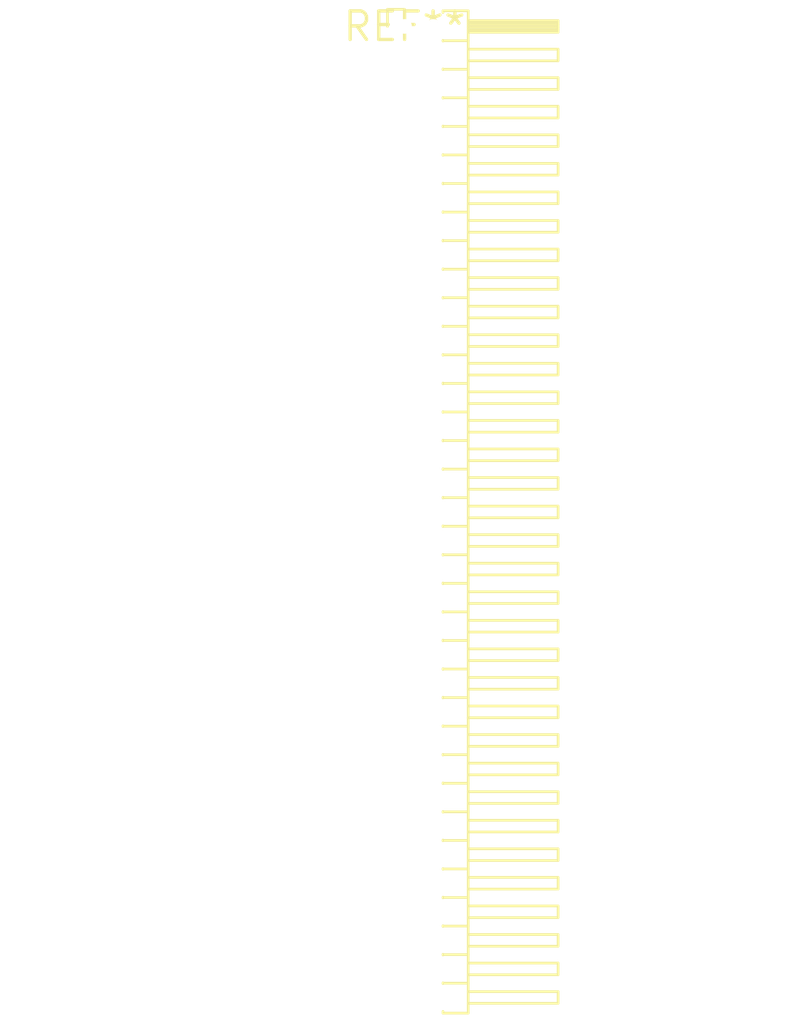
<source format=kicad_pcb>
(kicad_pcb (version 20240108) (generator pcbnew)
  (layers (0 "F.Cu" signal) (31 "B.Cu" signal) (34 "B.Paste" user) (35 "F.Paste" user) (36 "B.SilkS" user "B.Silkscreen") (37 "F.SilkS" user "F.Silkscreen") (38 "B.Mask" user) (39 "F.Mask" user) (44 "Edge.Cuts" user))
  (net 0 "")
  (footprint "PinHeader_2x35_P1.27mm_Horizontal" (layer "F.Cu") (at 0 0)
    (property "Reference" "REF**")
    (property "Value" "PinHeader_2x35_P1.27mm_Horizontal")
    (fp_line (start -0.76 -0.76) (end 0 -0.76) (layer "F.SilkS") (stroke (width 0.12)))
    (fp_line (start -0.76 0) (end -0.76 -0.76) (layer "F.SilkS") (stroke (width 0.12)))
    (fp_line (start 1.71 -0.695) (end 2.83 -0.695) (layer "F.SilkS") (stroke (width 0.12)))
    (fp_line (start 1.71 -0.619677) (end 1.71 -0.695) (layer "F.SilkS") (stroke (width 0.12)))
    (fp_line (start 1.71 0.619677) (end 1.71 0.650323) (layer "F.SilkS") (stroke (width 0.12)))
    (fp_line (start 1.71 0.635) (end 2.83 0.635) (layer "F.SilkS") (stroke (width 0.12)))
    (fp_line (start 1.71 1.889677) (end 1.71 1.920323) (layer "F.SilkS") (stroke (width 0.12)))
    (fp_line (start 1.71 1.905) (end 2.83 1.905) (layer "F.SilkS") (stroke (width 0.12)))
    (fp_line (start 1.71 3.159677) (end 1.71 3.190323) (layer "F.SilkS") (stroke (width 0.12)))
    (fp_line (start 1.71 3.175) (end 2.83 3.175) (layer "F.SilkS") (stroke (width 0.12)))
    (fp_line (start 1.71 4.429677) (end 1.71 4.460323) (layer "F.SilkS") (stroke (width 0.12)))
    (fp_line (start 1.71 4.445) (end 2.83 4.445) (layer "F.SilkS") (stroke (width 0.12)))
    (fp_line (start 1.71 5.699677) (end 1.71 5.730323) (layer "F.SilkS") (stroke (width 0.12)))
    (fp_line (start 1.71 5.715) (end 2.83 5.715) (layer "F.SilkS") (stroke (width 0.12)))
    (fp_line (start 1.71 6.969677) (end 1.71 7.000323) (layer "F.SilkS") (stroke (width 0.12)))
    (fp_line (start 1.71 6.985) (end 2.83 6.985) (layer "F.SilkS") (stroke (width 0.12)))
    (fp_line (start 1.71 8.239677) (end 1.71 8.270323) (layer "F.SilkS") (stroke (width 0.12)))
    (fp_line (start 1.71 8.255) (end 2.83 8.255) (layer "F.SilkS") (stroke (width 0.12)))
    (fp_line (start 1.71 9.509677) (end 1.71 9.540323) (layer "F.SilkS") (stroke (width 0.12)))
    (fp_line (start 1.71 9.525) (end 2.83 9.525) (layer "F.SilkS") (stroke (width 0.12)))
    (fp_line (start 1.71 10.779677) (end 1.71 10.810323) (layer "F.SilkS") (stroke (width 0.12)))
    (fp_line (start 1.71 10.795) (end 2.83 10.795) (layer "F.SilkS") (stroke (width 0.12)))
    (fp_line (start 1.71 12.049677) (end 1.71 12.080323) (layer "F.SilkS") (stroke (width 0.12)))
    (fp_line (start 1.71 12.065) (end 2.83 12.065) (layer "F.SilkS") (stroke (width 0.12)))
    (fp_line (start 1.71 13.319677) (end 1.71 13.350323) (layer "F.SilkS") (stroke (width 0.12)))
    (fp_line (start 1.71 13.335) (end 2.83 13.335) (layer "F.SilkS") (stroke (width 0.12)))
    (fp_line (start 1.71 14.589677) (end 1.71 14.620323) (layer "F.SilkS") (stroke (width 0.12)))
    (fp_line (start 1.71 14.605) (end 2.83 14.605) (layer "F.SilkS") (stroke (width 0.12)))
    (fp_line (start 1.71 15.859677) (end 1.71 15.890323) (layer "F.SilkS") (stroke (width 0.12)))
    (fp_line (start 1.71 15.875) (end 2.83 15.875) (layer "F.SilkS") (stroke (width 0.12)))
    (fp_line (start 1.71 17.129677) (end 1.71 17.160323) (layer "F.SilkS") (stroke (width 0.12)))
    (fp_line (start 1.71 17.145) (end 2.83 17.145) (layer "F.SilkS") (stroke (width 0.12)))
    (fp_line (start 1.71 18.399677) (end 1.71 18.430323) (layer "F.SilkS") (stroke (width 0.12)))
    (fp_line (start 1.71 18.415) (end 2.83 18.415) (layer "F.SilkS") (stroke (width 0.12)))
    (fp_line (start 1.71 19.669677) (end 1.71 19.700323) (layer "F.SilkS") (stroke (width 0.12)))
    (fp_line (start 1.71 19.685) (end 2.83 19.685) (layer "F.SilkS") (stroke (width 0.12)))
    (fp_line (start 1.71 20.939677) (end 1.71 20.970323) (layer "F.SilkS") (stroke (width 0.12)))
    (fp_line (start 1.71 20.955) (end 2.83 20.955) (layer "F.SilkS") (stroke (width 0.12)))
    (fp_line (start 1.71 22.209677) (end 1.71 22.240323) (layer "F.SilkS") (stroke (width 0.12)))
    (fp_line (start 1.71 22.225) (end 2.83 22.225) (layer "F.SilkS") (stroke (width 0.12)))
    (fp_line (start 1.71 23.479677) (end 1.71 23.510323) (layer "F.SilkS") (stroke (width 0.12)))
    (fp_line (start 1.71 23.495) (end 2.83 23.495) (layer "F.SilkS") (stroke (width 0.12)))
    (fp_line (start 1.71 24.749677) (end 1.71 24.780323) (layer "F.SilkS") (stroke (width 0.12)))
    (fp_line (start 1.71 24.765) (end 2.83 24.765) (layer "F.SilkS") (stroke (width 0.12)))
    (fp_line (start 1.71 26.019677) (end 1.71 26.050323) (layer "F.SilkS") (stroke (width 0.12)))
    (fp_line (start 1.71 26.035) (end 2.83 26.035) (layer "F.SilkS") (stroke (width 0.12)))
    (fp_line (start 1.71 27.289677) (end 1.71 27.320323) (layer "F.SilkS") (stroke (width 0.12)))
    (fp_line (start 1.71 27.305) (end 2.83 27.305) (layer "F.SilkS") (stroke (width 0.12)))
    (fp_line (start 1.71 28.559677) (end 1.71 28.590323) (layer "F.SilkS") (stroke (width 0.12)))
    (fp_line (start 1.71 28.575) (end 2.83 28.575) (layer "F.SilkS") (stroke (width 0.12)))
    (fp_line (start 1.71 29.829677) (end 1.71 29.860323) (layer "F.SilkS") (stroke (width 0.12)))
    (fp_line (start 1.71 29.845) (end 2.83 29.845) (layer "F.SilkS") (stroke (width 0.12)))
    (fp_line (start 1.71 31.099677) (end 1.71 31.130323) (layer "F.SilkS") (stroke (width 0.12)))
    (fp_line (start 1.71 31.115) (end 2.83 31.115) (layer "F.SilkS") (stroke (width 0.12)))
    (fp_line (start 1.71 32.369677) (end 1.71 32.400323) (layer "F.SilkS") (stroke (width 0.12)))
    (fp_line (start 1.71 32.385) (end 2.83 32.385) (layer "F.SilkS") (stroke (width 0.12)))
    (fp_line (start 1.71 33.639677) (end 1.71 33.670323) (layer "F.SilkS") (stroke (width 0.12)))
    (fp_line (start 1.71 33.655) (end 2.83 33.655) (layer "F.SilkS") (stroke (width 0.12)))
    (fp_line (start 1.71 34.909677) (end 1.71 34.940323) (layer "F.SilkS") (stroke (width 0.12)))
    (fp_line (start 1.71 34.925) (end 2.83 34.925) (layer "F.SilkS") (stroke (width 0.12)))
    (fp_line (start 1.71 36.179677) (end 1.71 36.210323) (layer "F.SilkS") (stroke (width 0.12)))
    (fp_line (start 1.71 36.195) (end 2.83 36.195) (layer "F.SilkS") (stroke (width 0.12)))
    (fp_line (start 1.71 37.449677) (end 1.71 37.480323) (layer "F.SilkS") (stroke (width 0.12)))
    (fp_line (start 1.71 37.465) (end 2.83 37.465) (layer "F.SilkS") (stroke (width 0.12)))
    (fp_line (start 1.71 38.719677) (end 1.71 38.750323) (layer "F.SilkS") (stroke (width 0.12)))
    (fp_line (start 1.71 38.735) (end 2.83 38.735) (layer "F.SilkS") (stroke (width 0.12)))
    (fp_line (start 1.71 39.989677) (end 1.71 40.020323) (layer "F.SilkS") (stroke (width 0.12)))
    (fp_line (start 1.71 40.005) (end 2.83 40.005) (layer "F.SilkS") (stroke (width 0.12)))
    (fp_line (start 1.71 41.259677) (end 1.71 41.290323) (layer "F.SilkS") (stroke (width 0.12)))
    (fp_line (start 1.71 41.275) (end 2.83 41.275) (layer "F.SilkS") (stroke (width 0.12)))
    (fp_line (start 1.71 42.529677) (end 1.71 42.560323) (layer "F.SilkS") (stroke (width 0.12)))
    (fp_line (start 1.71 42.545) (end 2.83 42.545) (layer "F.SilkS") (stroke (width 0.12)))
    (fp_line (start 1.71 43.875) (end 1.71 43.799677) (layer "F.SilkS") (stroke (width 0.12)))
    (fp_line (start 2.83 -0.695) (end 2.83 43.875) (layer "F.SilkS") (stroke (width 0.12)))
    (fp_line (start 2.83 -0.26) (end 6.83 -0.26) (layer "F.SilkS") (stroke (width 0.12)))
    (fp_line (start 2.83 -0.2) (end 6.83 -0.2) (layer "F.SilkS") (stroke (width 0.12)))
    (fp_line (start 2.83 -0.08) (end 6.83 -0.08) (layer "F.SilkS") (stroke (width 0.12)))
    (fp_line (start 2.83 0.04) (end 6.83 0.04) (layer "F.SilkS") (stroke (width 0.12)))
    (fp_line (start 2.83 0.16) (end 6.83 0.16) (layer "F.SilkS") (stroke (width 0.12)))
    (fp_line (start 2.83 1.01) (end 6.83 1.01) (layer "F.SilkS") (stroke (width 0.12)))
    (fp_line (start 2.83 2.28) (end 6.83 2.28) (layer "F.SilkS") (stroke (width 0.12)))
    (fp_line (start 2.83 3.55) (end 6.83 3.55) (layer "F.SilkS") (stroke (width 0.12)))
    (fp_line (start 2.83 4.82) (end 6.83 4.82) (layer "F.SilkS") (stroke (width 0.12)))
    (fp_line (start 2.83 6.09) (end 6.83 6.09) (layer "F.SilkS") (stroke (width 0.12)))
    (fp_line (start 2.83 7.36) (end 6.83 7.36) (layer "F.SilkS") (stroke (width 0.12)))
    (fp_line (start 2.83 8.63) (end 6.83 8.63) (layer "F.SilkS") (stroke (width 0.12)))
    (fp_line (start 2.83 9.9) (end 6.83 9.9) (layer "F.SilkS") (stroke (width 0.12)))
    (fp_line (start 2.83 11.17) (end 6.83 11.17) (layer "F.SilkS") (stroke (width 0.12)))
    (fp_line (start 2.83 12.44) (end 6.83 12.44) (layer "F.SilkS") (stroke (width 0.12)))
    (fp_line (start 2.83 13.71) (end 6.83 13.71) (layer "F.SilkS") (stroke (width 0.12)))
    (fp_line (start 2.83 14.98) (end 6.83 14.98) (layer "F.SilkS") (stroke (width 0.12)))
    (fp_line (start 2.83 16.25) (end 6.83 16.25) (layer "F.SilkS") (stroke (width 0.12)))
    (fp_line (start 2.83 17.52) (end 6.83 17.52) (layer "F.SilkS") (stroke (width 0.12)))
    (fp_line (start 2.83 18.79) (end 6.83 18.79) (layer "F.SilkS") (stroke (width 0.12)))
    (fp_line (start 2.83 20.06) (end 6.83 20.06) (layer "F.SilkS") (stroke (width 0.12)))
    (fp_line (start 2.83 21.33) (end 6.83 21.33) (layer "F.SilkS") (stroke (width 0.12)))
    (fp_line (start 2.83 22.6) (end 6.83 22.6) (layer "F.SilkS") (stroke (width 0.12)))
    (fp_line (start 2.83 23.87) (end 6.83 23.87) (layer "F.SilkS") (stroke (width 0.12)))
    (fp_line (start 2.83 25.14) (end 6.83 25.14) (layer "F.SilkS") (stroke (width 0.12)))
    (fp_line (start 2.83 26.41) (end 6.83 26.41) (layer "F.SilkS") (stroke (width 0.12)))
    (fp_line (start 2.83 27.68) (end 6.83 27.68) (layer "F.SilkS") (stroke (width 0.12)))
    (fp_line (start 2.83 28.95) (end 6.83 28.95) (layer "F.SilkS") (stroke (width 0.12)))
    (fp_line (start 2.83 30.22) (end 6.83 30.22) (layer "F.SilkS") (stroke (width 0.12)))
    (fp_line (start 2.83 31.49) (end 6.83 31.49) (layer "F.SilkS") (stroke (width 0.12)))
    (fp_line (start 2.83 32.76) (end 6.83 32.76) (layer "F.SilkS") (stroke (width 0.12)))
    (fp_line (start 2.83 34.03) (end 6.83 34.03) (layer "F.SilkS") (stroke (width 0.12)))
    (fp_line (start 2.83 35.3) (end 6.83 35.3) (layer "F.SilkS") (stroke (width 0.12)))
    (fp_line (start 2.83 36.57) (end 6.83 36.57) (layer "F.SilkS") (stroke (width 0.12)))
    (fp_line (start 2.83 37.84) (end 6.83 37.84) (layer "F.SilkS") (stroke (width 0.12)))
    (fp_line (start 2.83 39.11) (end 6.83 39.11) (layer "F.SilkS") (stroke (width 0.12)))
    (fp_line (start 2.83 40.38) (end 6.83 40.38) (layer "F.SilkS") (stroke (width 0.12)))
    (fp_line (start 2.83 41.65) (end 6.83 41.65) (layer "F.SilkS") (stroke (width 0.12)))
    (fp_line (start 2.83 42.92) (end 6.83 42.92) (layer "F.SilkS") (stroke (width 0.12)))
    (fp_line (start 2.83 43.875) (end 1.71 43.875) (layer "F.SilkS") (stroke (width 0.12)))
    (fp_line (start 6.83 -0.26) (end 6.83 0.26) (layer "F.SilkS") (stroke (width 0.12)))
    (fp_line (start 6.83 0.26) (end 2.83 0.26) (layer "F.SilkS") (stroke (width 0.12)))
    (fp_line (start 6.83 1.01) (end 6.83 1.53) (layer "F.SilkS") (stroke (width 0.12)))
    (fp_line (start 6.83 1.53) (end 2.83 1.53) (layer "F.SilkS") (stroke (width 0.12)))
    (fp_line (start 6.83 2.28) (end 6.83 2.8) (layer "F.SilkS") (stroke (width 0.12)))
    (fp_line (start 6.83 2.8) (end 2.83 2.8) (layer "F.SilkS") (stroke (width 0.12)))
    (fp_line (start 6.83 3.55) (end 6.83 4.07) (layer "F.SilkS") (stroke (width 0.12)))
    (fp_line (start 6.83 4.07) (end 2.83 4.07) (layer "F.SilkS") (stroke (width 0.12)))
    (fp_line (start 6.83 4.82) (end 6.83 5.34) (layer "F.SilkS") (stroke (width 0.12)))
    (fp_line (start 6.83 5.34) (end 2.83 5.34) (layer "F.SilkS") (stroke (width 0.12)))
    (fp_line (start 6.83 6.09) (end 6.83 6.61) (layer "F.SilkS") (stroke (width 0.12)))
    (fp_line (start 6.83 6.61) (end 2.83 6.61) (layer "F.SilkS") (stroke (width 0.12)))
    (fp_line (start 6.83 7.36) (end 6.83 7.88) (layer "F.SilkS") (stroke (width 0.12)))
    (fp_line (start 6.83 7.88) (end 2.83 7.88) (layer "F.SilkS") (stroke (width 0.12)))
    (fp_line (start 6.83 8.63) (end 6.83 9.15) (layer "F.SilkS") (stroke (width 0.12)))
    (fp_line (start 6.83 9.15) (end 2.83 9.15) (layer "F.SilkS") (stroke (width 0.12)))
    (fp_line (start 6.83 9.9) (end 6.83 10.42) (layer "F.SilkS") (stroke (width 0.12)))
    (fp_line (start 6.83 10.42) (end 2.83 10.42) (layer "F.SilkS") (stroke (width 0.12)))
    (fp_line (start 6.83 11.17) (end 6.83 11.69) (layer "F.SilkS") (stroke (width 0.12)))
    (fp_line (start 6.83 11.69) (end 2.83 11.69) (layer "F.SilkS") (stroke (width 0.12)))
    (fp_line (start 6.83 12.44) (end 6.83 12.96) (layer "F.SilkS") (stroke (width 0.12)))
    (fp_line (start 6.83 12.96) (end 2.83 12.96) (layer "F.SilkS") (stroke (width 0.12)))
    (fp_line (start 6.83 13.71) (end 6.83 14.23) (layer "F.SilkS") (stroke (width 0.12)))
    (fp_line (start 6.83 14.23) (end 2.83 14.23) (layer "F.SilkS") (stroke (width 0.12)))
    (fp_line (start 6.83 14.98) (end 6.83 15.5) (layer "F.SilkS") (stroke (width 0.12)))
    (fp_line (start 6.83 15.5) (end 2.83 15.5) (layer "F.SilkS") (stroke (width 0.12)))
    (fp_line (start 6.83 16.25) (end 6.83 16.77) (layer "F.SilkS") (stroke (width 0.12)))
    (fp_line (start 6.83 16.77) (end 2.83 16.77) (layer "F.SilkS") (stroke (width 0.12)))
    (fp_line (start 6.83 17.52) (end 6.83 18.04) (layer "F.SilkS") (stroke (width 0.12)))
    (fp_line (start 6.83 18.04) (end 2.83 18.04) (layer "F.SilkS") (stroke (width 0.12)))
    (fp_line (start 6.83 18.79) (end 6.83 19.31) (layer "F.SilkS") (stroke (width 0.12)))
    (fp_line (start 6.83 19.31) (end 2.83 19.31) (layer "F.SilkS") (stroke (width 0.12)))
    (fp_line (start 6.83 20.06) (end 6.83 20.58) (layer "F.SilkS") (stroke (width 0.12)))
    (fp_line (start 6.83 20.58) (end 2.83 20.58) (layer "F.SilkS") (stroke (width 0.12)))
    (fp_line (start 6.83 21.33) (end 6.83 21.85) (layer "F.SilkS") (stroke (width 0.12)))
    (fp_line (start 6.83 21.85) (end 2.83 21.85) (layer "F.SilkS") (stroke (width 0.12)))
    (fp_line (start 6.83 22.6) (end 6.83 23.12) (layer "F.SilkS") (stroke (width 0.12)))
    (fp_line (start 6.83 23.12) (end 2.83 23.12) (layer "F.SilkS") (stroke (width 0.12)))
    (fp_line (start 6.83 23.87) (end 6.83 24.39) (layer "F.SilkS") (stroke (width 0.12)))
    (fp_line (start 6.83 24.39) (end 2.83 24.39) (layer "F.SilkS") (stroke (width 0.12)))
    (fp_line (start 6.83 25.14) (end 6.83 25.66) (layer "F.SilkS") (stroke (width 0.12)))
    (fp_line (start 6.83 25.66) (end 2.83 25.66) (layer "F.SilkS") (stroke (width 0.12)))
    (fp_line (start 6.83 26.41) (end 6.83 26.93) (layer "F.SilkS") (stroke (width 0.12)))
    (fp_line (start 6.83 26.93) (end 2.83 26.93) (layer "F.SilkS") (stroke (width 0.12)))
    (fp_line (start 6.83 27.68) (end 6.83 28.2) (layer "F.SilkS") (stroke (width 0.12)))
    (fp_line (start 6.83 28.2) (end 2.83 28.2) (layer "F.SilkS") (stroke (width 0.12)))
    (fp_line (start 6.83 28.95) (end 6.83 29.47) (layer "F.SilkS") (stroke (width 0.12)))
    (fp_line (start 6.83 29.47) (end 2.83 29.47) (layer "F.SilkS") (stroke (width 0.12)))
    (fp_line (start 6.83 30.22) (end 6.83 30.74) (layer "F.SilkS") (stroke (width 0.12)))
    (fp_line (start 6.83 30.74) (end 2.83 30.74) (layer "F.SilkS") (stroke (width 0.12)))
    (fp_line (start 6.83 31.49) (end 6.83 32.01) (layer "F.SilkS") (stroke (width 0.12)))
    (fp_line (start 6.83 32.01) (end 2.83 32.01) (layer "F.SilkS") (stroke (width 0.12)))
    (fp_line (start 6.83 32.76) (end 6.83 33.28) (layer "F.SilkS") (stroke (width 0.12)))
    (fp_line (start 6.83 33.28) (end 2.83 33.28) (layer "F.SilkS") (stroke (width 0.12)))
    (fp_line (start 6.83 34.03) (end 6.83 34.55) (layer "F.SilkS") (stroke (width 0.12)))
    (fp_line (start 6.83 34.55) (end 2.83 34.55) (layer "F.SilkS") (stroke (width 0.12)))
    (fp_line (start 6.83 35.3) (end 6.83 35.82) (layer "F.SilkS") (stroke (width 0.12)))
    (fp_line (start 6.83 35.82) (end 2.83 35.82) (layer "F.SilkS") (stroke (width 0.12)))
    (fp_line (start 6.83 36.57) (end 6.83 37.09) (layer "F.SilkS") (stroke (width 0.12)))
    (fp_line (start 6.83 37.09) (end 2.83 37.09) (layer "F.SilkS") (stroke (width 0.12)))
    (fp_line (start 6.83 37.84) (end 6.83 38.36) (layer "F.SilkS") (stroke (width 0.12)))
    (fp_line (start 6.83 38.36) (end 2.83 38.36) (layer "F.SilkS") (stroke (width 0.12)))
    (fp_line (start 6.83 39.11) (end 6.83 39.63) (layer "F.SilkS") (stroke (width 0.12)))
    (fp_line (start 6.83 39.63) (end 2.83 39.63) (layer "F.SilkS") (stroke (width 0.12)))
    (fp_line (start 6.83 40.38) (end 6.83 40.9) (layer "F.SilkS") (stroke (width 0.12)))
    (fp_line (start 6.83 40.9) (end 2.83 40.9) (layer "F.SilkS") (stroke (width 0.12)))
    (fp_line (start 6.83 41.65) (end 6.83 42.17) (layer "F.SilkS") (stroke (width 0.12)))
    (fp_line (start 6.83 42.17) (end 2.83 42.17) (layer "F.SilkS") (stroke (width 0.12)))
    (fp_line (start 6.83 42.92) (end 6.83 43.44) (layer "F.SilkS") (stroke (width 0.12)))
    (fp_line (start 6.83 43.44) (end 2.83 43.44) (layer "F.SilkS") (stroke (width 0.12)))
    (pad "1" thru_hole rect (at 0 0) (size 1 1) (drill 0.65) (layers *.Cu *.Mask) (remove_unused_layers))
    (pad "2" thru_hole oval (at 1.27 0) (size 1 1) (drill 0.65) (layers *.Cu *.Mask) (remove_unused_layers))
    (pad "3" thru_hole oval (at 0 1.27) (size 1 1) (drill 0.65) (layers *.Cu *.Mask) (remove_unused_layers))
    (pad "4" thru_hole oval (at 1.27 1.27) (size 1 1) (drill 0.65) (layers *.Cu *.Mask) (remove_unused_layers))
    (pad "5" thru_hole oval (at 0 2.54) (size 1 1) (drill 0.65) (layers *.Cu *.Mask) (remove_unused_layers))
    (pad "6" thru_hole oval (at 1.27 2.54) (size 1 1) (drill 0.65) (layers *.Cu *.Mask) (remove_unused_layers))
    (pad "7" thru_hole oval (at 0 3.81) (size 1 1) (drill 0.65) (layers *.Cu *.Mask) (remove_unused_layers))
    (pad "8" thru_hole oval (at 1.27 3.81) (size 1 1) (drill 0.65) (layers *.Cu *.Mask) (remove_unused_layers))
    (pad "9" thru_hole oval (at 0 5.08) (size 1 1) (drill 0.65) (layers *.Cu *.Mask) (remove_unused_layers))
    (pad "10" thru_hole oval (at 1.27 5.08) (size 1 1) (drill 0.65) (layers *.Cu *.Mask) (remove_unused_layers))
    (pad "11" thru_hole oval (at 0 6.35) (size 1 1) (drill 0.65) (layers *.Cu *.Mask) (remove_unused_layers))
    (pad "12" thru_hole oval (at 1.27 6.35) (size 1 1) (drill 0.65) (layers *.Cu *.Mask) (remove_unused_layers))
    (pad "13" thru_hole oval (at 0 7.62) (size 1 1) (drill 0.65) (layers *.Cu *.Mask) (remove_unused_layers))
    (pad "14" thru_hole oval (at 1.27 7.62) (size 1 1) (drill 0.65) (layers *.Cu *.Mask) (remove_unused_layers))
    (pad "15" thru_hole oval (at 0 8.89) (size 1 1) (drill 0.65) (layers *.Cu *.Mask) (remove_unused_layers))
    (pad "16" thru_hole oval (at 1.27 8.89) (size 1 1) (drill 0.65) (layers *.Cu *.Mask) (remove_unused_layers))
    (pad "17" thru_hole oval (at 0 10.16) (size 1 1) (drill 0.65) (layers *.Cu *.Mask) (remove_unused_layers))
    (pad "18" thru_hole oval (at 1.27 10.16) (size 1 1) (drill 0.65) (layers *.Cu *.Mask) (remove_unused_layers))
    (pad "19" thru_hole oval (at 0 11.43) (size 1 1) (drill 0.65) (layers *.Cu *.Mask) (remove_unused_layers))
    (pad "20" thru_hole oval (at 1.27 11.43) (size 1 1) (drill 0.65) (layers *.Cu *.Mask) (remove_unused_layers))
    (pad "21" thru_hole oval (at 0 12.7) (size 1 1) (drill 0.65) (layers *.Cu *.Mask) (remove_unused_layers))
    (pad "22" thru_hole oval (at 1.27 12.7) (size 1 1) (drill 0.65) (layers *.Cu *.Mask) (remove_unused_layers))
    (pad "23" thru_hole oval (at 0 13.97) (size 1 1) (drill 0.65) (layers *.Cu *.Mask) (remove_unused_layers))
    (pad "24" thru_hole oval (at 1.27 13.97) (size 1 1) (drill 0.65) (layers *.Cu *.Mask) (remove_unused_layers))
    (pad "25" thru_hole oval (at 0 15.24) (size 1 1) (drill 0.65) (layers *.Cu *.Mask) (remove_unused_layers))
    (pad "26" thru_hole oval (at 1.27 15.24) (size 1 1) (drill 0.65) (layers *.Cu *.Mask) (remove_unused_layers))
    (pad "27" thru_hole oval (at 0 16.51) (size 1 1) (drill 0.65) (layers *.Cu *.Mask) (remove_unused_layers))
    (pad "28" thru_hole oval (at 1.27 16.51) (size 1 1) (drill 0.65) (layers *.Cu *.Mask) (remove_unused_layers))
    (pad "29" thru_hole oval (at 0 17.78) (size 1 1) (drill 0.65) (layers *.Cu *.Mask) (remove_unused_layers))
    (pad "30" thru_hole oval (at 1.27 17.78) (size 1 1) (drill 0.65) (layers *.Cu *.Mask) (remove_unused_layers))
    (pad "31" thru_hole oval (at 0 19.05) (size 1 1) (drill 0.65) (layers *.Cu *.Mask) (remove_unused_layers))
    (pad "32" thru_hole oval (at 1.27 19.05) (size 1 1) (drill 0.65) (layers *.Cu *.Mask) (remove_unused_layers))
    (pad "33" thru_hole oval (at 0 20.32) (size 1 1) (drill 0.65) (layers *.Cu *.Mask) (remove_unused_layers))
    (pad "34" thru_hole oval (at 1.27 20.32) (size 1 1) (drill 0.65) (layers *.Cu *.Mask) (remove_unused_layers))
    (pad "35" thru_hole oval (at 0 21.59) (size 1 1) (drill 0.65) (layers *.Cu *.Mask) (remove_unused_layers))
    (pad "36" thru_hole oval (at 1.27 21.59) (size 1 1) (drill 0.65) (layers *.Cu *.Mask) (remove_unused_layers))
    (pad "37" thru_hole oval (at 0 22.86) (size 1 1) (drill 0.65) (layers *.Cu *.Mask) (remove_unused_layers))
    (pad "38" thru_hole oval (at 1.27 22.86) (size 1 1) (drill 0.65) (layers *.Cu *.Mask) (remove_unused_layers))
    (pad "39" thru_hole oval (at 0 24.13) (size 1 1) (drill 0.65) (layers *.Cu *.Mask) (remove_unused_layers))
    (pad "40" thru_hole oval (at 1.27 24.13) (size 1 1) (drill 0.65) (layers *.Cu *.Mask) (remove_unused_layers))
    (pad "41" thru_hole oval (at 0 25.4) (size 1 1) (drill 0.65) (layers *.Cu *.Mask) (remove_unused_layers))
    (pad "42" thru_hole oval (at 1.27 25.4) (size 1 1) (drill 0.65) (layers *.Cu *.Mask) (remove_unused_layers))
    (pad "43" thru_hole oval (at 0 26.67) (size 1 1) (drill 0.65) (layers *.Cu *.Mask) (remove_unused_layers))
    (pad "44" thru_hole oval (at 1.27 26.67) (size 1 1) (drill 0.65) (layers *.Cu *.Mask) (remove_unused_layers))
    (pad "45" thru_hole oval (at 0 27.94) (size 1 1) (drill 0.65) (layers *.Cu *.Mask) (remove_unused_layers))
    (pad "46" thru_hole oval (at 1.27 27.94) (size 1 1) (drill 0.65) (layers *.Cu *.Mask) (remove_unused_layers))
    (pad "47" thru_hole oval (at 0 29.21) (size 1 1) (drill 0.65) (layers *.Cu *.Mask) (remove_unused_layers))
    (pad "48" thru_hole oval (at 1.27 29.21) (size 1 1) (drill 0.65) (layers *.Cu *.Mask) (remove_unused_layers))
    (pad "49" thru_hole oval (at 0 30.48) (size 1 1) (drill 0.65) (layers *.Cu *.Mask) (remove_unused_layers))
    (pad "50" thru_hole oval (at 1.27 30.48) (size 1 1) (drill 0.65) (layers *.Cu *.Mask) (remove_unused_layers))
    (pad "51" thru_hole oval (at 0 31.75) (size 1 1) (drill 0.65) (layers *.Cu *.Mask) (remove_unused_layers))
    (pad "52" thru_hole oval (at 1.27 31.75) (size 1 1) (drill 0.65) (layers *.Cu *.Mask) (remove_unused_layers))
    (pad "53" thru_hole oval (at 0 33.02) (size 1 1) (drill 0.65) (layers *.Cu *.Mask) (remove_unused_layers))
    (pad "54" thru_hole oval (at 1.27 33.02) (size 1 1) (drill 0.65) (layers *.Cu *.Mask) (remove_unused_layers))
    (pad "55" thru_hole oval (at 0 34.29) (size 1 1) (drill 0.65) (layers *.Cu *.Mask) (remove_unused_layers))
    (pad "56" thru_hole oval (at 1.27 34.29) (size 1 1) (drill 0.65) (layers *.Cu *.Mask) (remove_unused_layers))
    (pad "57" thru_hole oval (at 0 35.56) (size 1 1) (drill 0.65) (layers *.Cu *.Mask) (remove_unused_layers))
    (pad "58" thru_hole oval (at 1.27 35.56) (size 1 1) (drill 0.65) (layers *.Cu *.Mask) (remove_unused_layers))
    (pad "59" thru_hole oval (at 0 36.83) (size 1 1) (drill 0.65) (layers *.Cu *.Mask) (remove_unused_layers))
    (pad "60" thru_hole oval (at 1.27 36.83) (size 1 1) (drill 0.65) (layers *.Cu *.Mask) (remove_unused_layers))
    (pad "61" thru_hole oval (at 0 38.1) (size 1 1) (drill 0.65) (layers *.Cu *.Mask) (remove_unused_layers))
    (pad "62" thru_hole oval (at 1.27 38.1) (size 1 1) (drill 0.65) (layers *.Cu *.Mask) (remove_unused_layers))
    (pad "63" thru_hole oval (at 0 39.37) (size 1 1) (drill 0.65) (layers *.Cu *.Mask) (remove_unused_layers))
    (pad "64" thru_hole oval (at 1.27 39.37) (size 1 1) (drill 0.65) (layers *.Cu *.Mask) (remove_unused_layers))
    (pad "65" thru_hole oval (at 0 40.64) (size 1 1) (drill 0.65) (layers *.Cu *.Mask) (remove_unused_layers))
    (pad "66" thru_hole oval (at 1.27 40.64) (size 1 1) (drill 0.65) (layers *.Cu *.Mask) (remove_unused_layers))
    (pad "67" thru_hole oval (at 0 41.91) (size 1 1) (drill 0.65) (layers *.Cu *.Mask) (remove_unused_layers))
    (pad "68" thru_hole oval (at 1.27 41.91) (size 1 1) (drill 0.65) (layers *.Cu *.Mask) (remove_unused_layers))
    (pad "69" thru_hole oval (at 0 43.18) (size 1 1) (drill 0.65) (layers *.Cu *.Mask) (remove_unused_layers))
    (pad "70" thru_hole oval (at 1.27 43.18) (size 1 1) (drill 0.65) (layers *.Cu *.Mask) (remove_unused_layers))
  )
)
</source>
